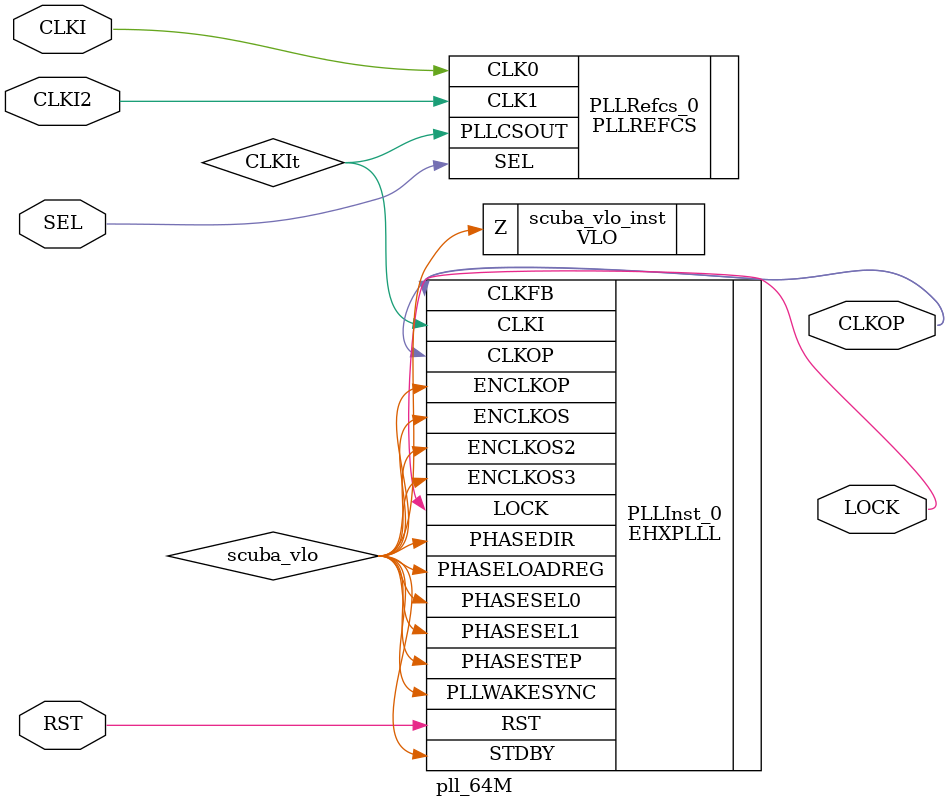
<source format=v>

module pll_64M (CLKI, CLKI2, SEL, RST, CLKOP, LOCK) /* synthesis NGD_DRC_MASK=1, syn_module_defined=1 */ ;   // c:/work/tinysdr_fpga_ble_tx/ble_tx_clarity/pll_64m/pll_64m.v(8[8:15])
    input CLKI;   // c:/work/tinysdr_fpga_ble_tx/ble_tx_clarity/pll_64m/pll_64m.v(9[16:20])
    input CLKI2;   // c:/work/tinysdr_fpga_ble_tx/ble_tx_clarity/pll_64m/pll_64m.v(10[16:21])
    input SEL;   // c:/work/tinysdr_fpga_ble_tx/ble_tx_clarity/pll_64m/pll_64m.v(11[16:19])
    input RST;   // c:/work/tinysdr_fpga_ble_tx/ble_tx_clarity/pll_64m/pll_64m.v(12[16:19])
    output CLKOP;   // c:/work/tinysdr_fpga_ble_tx/ble_tx_clarity/pll_64m/pll_64m.v(13[17:22])
    output LOCK;   // c:/work/tinysdr_fpga_ble_tx/ble_tx_clarity/pll_64m/pll_64m.v(14[17:21])
    
    wire CLKI /* synthesis is_clock=1 */ ;   // c:/work/tinysdr_fpga_ble_tx/ble_tx_clarity/pll_64m/pll_64m.v(9[16:20])
    wire CLKI2 /* synthesis is_clock=1 */ ;   // c:/work/tinysdr_fpga_ble_tx/ble_tx_clarity/pll_64m/pll_64m.v(10[16:21])
    wire CLKOP /* synthesis is_clock=1 */ ;   // c:/work/tinysdr_fpga_ble_tx/ble_tx_clarity/pll_64m/pll_64m.v(13[17:22])
    wire CLKIt /* synthesis is_clock=1 */ ;   // c:/work/tinysdr_fpga_ble_tx/ble_tx_clarity/pll_64m/pll_64m.v(20[10:15])
    
    wire scuba_vlo, VCC_net;
    
    VLO scuba_vlo_inst (.Z(scuba_vlo));
    EHXPLLL PLLInst_0 (.CLKI(CLKIt), .CLKFB(CLKOP), .PHASESEL0(scuba_vlo), 
            .PHASESEL1(scuba_vlo), .PHASEDIR(scuba_vlo), .PHASESTEP(scuba_vlo), 
            .PHASELOADREG(scuba_vlo), .STDBY(scuba_vlo), .PLLWAKESYNC(scuba_vlo), 
            .RST(RST), .ENCLKOP(scuba_vlo), .ENCLKOS(scuba_vlo), .ENCLKOS2(scuba_vlo), 
            .ENCLKOS3(scuba_vlo), .CLKOP(CLKOP), .LOCK(LOCK)) /* synthesis FREQUENCY_PIN_CLKOP="64.000000", FREQUENCY_PIN_CLKI="32.000000", ICP_CURRENT="5", LPF_RESISTOR="16", syn_instantiated=1 */ ;
    defparam PLLInst_0.CLKI_DIV = 1;
    defparam PLLInst_0.CLKFB_DIV = 2;
    defparam PLLInst_0.CLKOP_DIV = 9;
    defparam PLLInst_0.CLKOS_DIV = 1;
    defparam PLLInst_0.CLKOS2_DIV = 1;
    defparam PLLInst_0.CLKOS3_DIV = 1;
    defparam PLLInst_0.CLKOP_ENABLE = "ENABLED";
    defparam PLLInst_0.CLKOS_ENABLE = "DISABLED";
    defparam PLLInst_0.CLKOS2_ENABLE = "DISABLED";
    defparam PLLInst_0.CLKOS3_ENABLE = "DISABLED";
    defparam PLLInst_0.CLKOP_CPHASE = 8;
    defparam PLLInst_0.CLKOS_CPHASE = 0;
    defparam PLLInst_0.CLKOS2_CPHASE = 0;
    defparam PLLInst_0.CLKOS3_CPHASE = 0;
    defparam PLLInst_0.CLKOP_FPHASE = 0;
    defparam PLLInst_0.CLKOS_FPHASE = 0;
    defparam PLLInst_0.CLKOS2_FPHASE = 0;
    defparam PLLInst_0.CLKOS3_FPHASE = 0;
    defparam PLLInst_0.FEEDBK_PATH = "CLKOP";
    defparam PLLInst_0.CLKOP_TRIM_POL = "FALLING";
    defparam PLLInst_0.CLKOP_TRIM_DELAY = 0;
    defparam PLLInst_0.CLKOS_TRIM_POL = "FALLING";
    defparam PLLInst_0.CLKOS_TRIM_DELAY = 0;
    defparam PLLInst_0.OUTDIVIDER_MUXA = "DIVA";
    defparam PLLInst_0.OUTDIVIDER_MUXB = "DIVB";
    defparam PLLInst_0.OUTDIVIDER_MUXC = "DIVC";
    defparam PLLInst_0.OUTDIVIDER_MUXD = "DIVD";
    defparam PLLInst_0.PLL_LOCK_MODE = 0;
    defparam PLLInst_0.PLL_LOCK_DELAY = 200;
    defparam PLLInst_0.STDBY_ENABLE = "DISABLED";
    defparam PLLInst_0.REFIN_RESET = "DISABLED";
    defparam PLLInst_0.SYNC_ENABLE = "DISABLED";
    defparam PLLInst_0.INT_LOCK_STICKY = "ENABLED";
    defparam PLLInst_0.DPHASE_SOURCE = "DISABLED";
    defparam PLLInst_0.PLLRST_ENA = "ENABLED";
    defparam PLLInst_0.INTFB_WAKE = "DISABLED";
    PLLREFCS PLLRefcs_0 (.CLK0(CLKI), .CLK1(CLKI2), .SEL(SEL), .PLLCSOUT(CLKIt)) /* synthesis syn_instantiated=1 */ ;
    GSR GSR_INST (.GSR(VCC_net));
    PUR PUR_INST (.PUR(VCC_net));
    defparam PUR_INST.RST_PULSE = 1;
    VHI i87 (.Z(VCC_net));
    
endmodule
//
// Verilog Description of module PUR
// module not written out since it is a black-box. 
//


</source>
